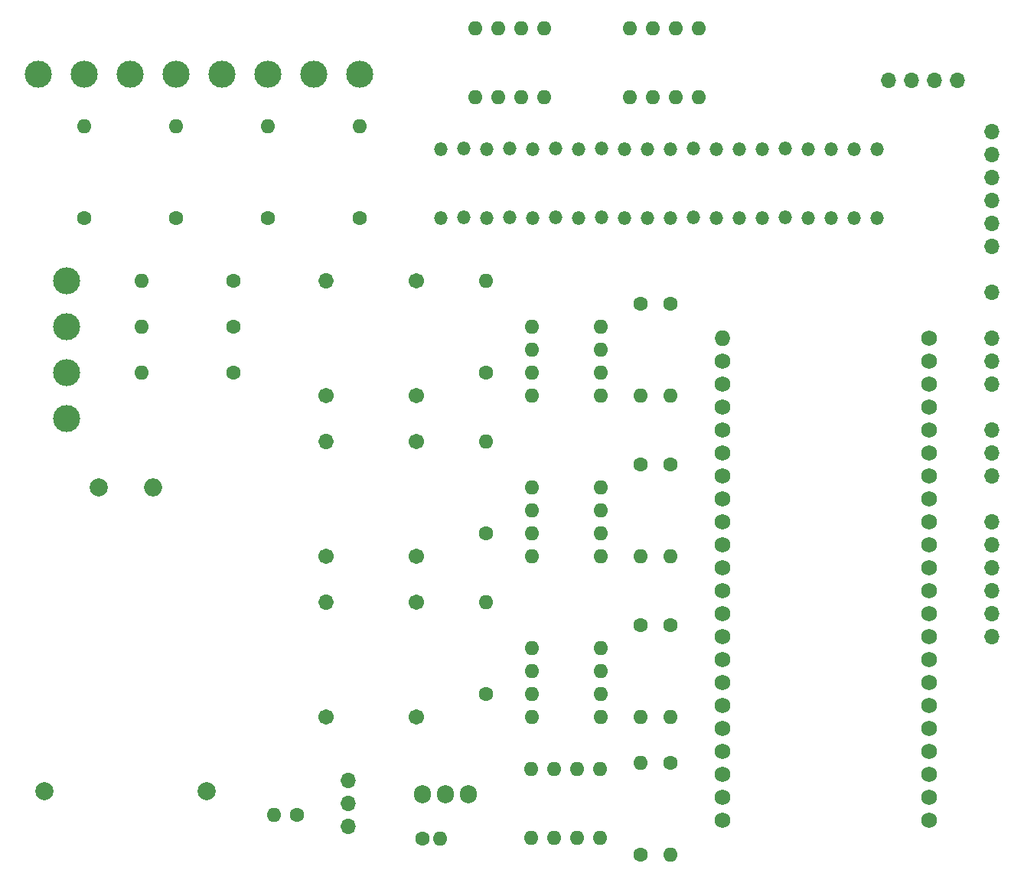
<source format=gbr>
%TF.GenerationSoftware,KiCad,Pcbnew,7.0.10*%
%TF.CreationDate,2024-05-09T15:11:22-03:00*%
%TF.ProjectId,board,626f6172-642e-46b6-9963-61645f706362,1.6*%
%TF.SameCoordinates,Original*%
%TF.FileFunction,Soldermask,Bot*%
%TF.FilePolarity,Negative*%
%FSLAX46Y46*%
G04 Gerber Fmt 4.6, Leading zero omitted, Abs format (unit mm)*
G04 Created by KiCad (PCBNEW 7.0.10) date 2024-05-09 15:11:22*
%MOMM*%
%LPD*%
G01*
G04 APERTURE LIST*
%ADD10O,1.500000X1.500000*%
%ADD11C,1.600000*%
%ADD12O,1.600000X1.600000*%
%ADD13O,1.700000X1.700000*%
%ADD14O,2.000000X2.000000*%
%ADD15C,2.000000*%
%ADD16O,1.734000X1.734000*%
%ADD17C,1.734000*%
%ADD18O,3.000000X3.000000*%
%ADD19C,3.000000*%
%ADD20O,1.712000X1.712000*%
%ADD21C,1.712000*%
%ADD22O,1.905000X2.000000*%
G04 APERTURE END LIST*
D10*
%TO.C,DZ17*%
X149352000Y-52695000D03*
X149352000Y-60315000D03*
%TD*%
%TO.C,DZ14*%
X156972000Y-60320000D03*
X156972000Y-52700000D03*
%TD*%
D11*
%TO.C,R9*%
X163830000Y-69850000D03*
D12*
X163830000Y-80010000D03*
%TD*%
D10*
%TO.C,DZ2*%
X187452000Y-60320000D03*
X187452000Y-52700000D03*
%TD*%
D13*
%TO.C,SW2*%
X202692000Y-83820000D03*
X202692000Y-86360000D03*
X202692000Y-88900000D03*
%TD*%
D11*
%TO.C,R7*%
X146685000Y-95250000D03*
D12*
X146685000Y-85090000D03*
%TD*%
%TO.C,U4*%
X151775000Y-107960000D03*
X151775000Y-110500000D03*
X151775000Y-113040000D03*
X151775000Y-115580000D03*
X159395000Y-115580000D03*
X159395000Y-113040000D03*
X159395000Y-110500000D03*
X159395000Y-107960000D03*
%TD*%
D14*
%TO.C,PS1*%
X109855000Y-90170000D03*
D15*
X103855000Y-90170000D03*
X115855000Y-123770000D03*
X97855000Y-123770000D03*
%TD*%
D11*
%TO.C,R15*%
X122555000Y-60325000D03*
D12*
X122555000Y-50165000D03*
%TD*%
D11*
%TO.C,R16*%
X112395000Y-60325000D03*
D12*
X112395000Y-50165000D03*
%TD*%
D16*
%TO.C,MCU1*%
X172847000Y-73660000D03*
D17*
X172847000Y-76200000D03*
X172847000Y-78740000D03*
X172847000Y-81280000D03*
X172847000Y-83820000D03*
X172847000Y-86360000D03*
X172847000Y-88900000D03*
X172847000Y-91440000D03*
X172847000Y-93980000D03*
X172847000Y-96520000D03*
X172847000Y-99060000D03*
X172847000Y-101600000D03*
X172847000Y-104140000D03*
X172847000Y-106680000D03*
X172847000Y-109220000D03*
X172847000Y-111760000D03*
X172847000Y-114300000D03*
X172847000Y-116840000D03*
X172847000Y-119380000D03*
X172847000Y-121920000D03*
X172847000Y-124460000D03*
X172847000Y-127000000D03*
X195707000Y-73660000D03*
X195707000Y-76200000D03*
X195707000Y-78740000D03*
X195707000Y-81280000D03*
X195707000Y-83820000D03*
X195707000Y-86360000D03*
X195707000Y-88900000D03*
X195707000Y-91440000D03*
X195707000Y-93980000D03*
X195707000Y-96520000D03*
X195707000Y-99060000D03*
X195707000Y-101600000D03*
X195707000Y-104140000D03*
X195707000Y-106680000D03*
X195707000Y-109220000D03*
X195707000Y-111760000D03*
X195707000Y-114300000D03*
X195707000Y-116840000D03*
X195707000Y-119380000D03*
X195707000Y-121920000D03*
X195707000Y-124460000D03*
X195707000Y-127000000D03*
%TD*%
D12*
%TO.C,U3*%
X151775000Y-90180000D03*
X151775000Y-92720000D03*
X151775000Y-95260000D03*
X151775000Y-97800000D03*
X159395000Y-97800000D03*
X159395000Y-95260000D03*
X159395000Y-92720000D03*
X159395000Y-90180000D03*
%TD*%
D10*
%TO.C,DZ13*%
X159512000Y-52695000D03*
X159512000Y-60315000D03*
%TD*%
D11*
%TO.C,R18*%
X102235000Y-60325000D03*
D12*
X102235000Y-50165000D03*
%TD*%
D10*
%TO.C,DZ6*%
X177292000Y-60325000D03*
X177292000Y-52705000D03*
%TD*%
%TO.C,DZ18*%
X146812000Y-60325000D03*
X146812000Y-52705000D03*
%TD*%
%TO.C,DZ5*%
X179832000Y-52695000D03*
X179832000Y-60315000D03*
%TD*%
D18*
%TO.C,J6*%
X102235000Y-44450000D03*
D19*
X97155000Y-44450000D03*
%TD*%
D13*
%TO.C,P1*%
X202692000Y-78740000D03*
X202692000Y-76200000D03*
X202692000Y-73660000D03*
%TD*%
D11*
%TO.C,R1*%
X163830000Y-130810000D03*
D12*
X163830000Y-120650000D03*
%TD*%
D20*
%TO.C,T1*%
X128985000Y-67310000D03*
D21*
X128985000Y-80010000D03*
X138985000Y-80010000D03*
X138985000Y-67310000D03*
%TD*%
D11*
%TO.C,R11*%
X163830000Y-87630000D03*
D12*
X163830000Y-97790000D03*
%TD*%
%TO.C,U1*%
X159375000Y-121295000D03*
X156835000Y-121295000D03*
X154295000Y-121295000D03*
X151755000Y-121295000D03*
X151755000Y-128915000D03*
X154295000Y-128915000D03*
X156835000Y-128915000D03*
X159375000Y-128915000D03*
%TD*%
D10*
%TO.C,DZ11*%
X164592000Y-52700000D03*
X164592000Y-60320000D03*
%TD*%
D13*
%TO.C,SW1*%
X131445000Y-122555000D03*
X131445000Y-125095000D03*
X131445000Y-127635000D03*
%TD*%
D11*
%TO.C,R13*%
X163830000Y-105410000D03*
D12*
X163830000Y-115570000D03*
%TD*%
D20*
%TO.C,T3*%
X128985000Y-102870000D03*
D21*
X128985000Y-115570000D03*
X138985000Y-115570000D03*
X138985000Y-102870000D03*
%TD*%
D11*
%TO.C,R6*%
X146685000Y-77470000D03*
D12*
X146685000Y-67310000D03*
%TD*%
D10*
%TO.C,DZ3*%
X184912000Y-52700000D03*
X184912000Y-60320000D03*
%TD*%
D11*
%TO.C,R10*%
X167132000Y-69850000D03*
D12*
X167132000Y-80010000D03*
%TD*%
D10*
%TO.C,DZ16*%
X151892000Y-60320000D03*
X151892000Y-52700000D03*
%TD*%
%TO.C,DZ15*%
X154432000Y-52695000D03*
X154432000Y-60315000D03*
%TD*%
D11*
%TO.C,R3*%
X118745000Y-67310000D03*
D12*
X108585000Y-67310000D03*
%TD*%
D11*
%TO.C,R12*%
X167132000Y-87630000D03*
D12*
X167132000Y-97790000D03*
%TD*%
D10*
%TO.C,DZ12*%
X162052000Y-60325000D03*
X162052000Y-52705000D03*
%TD*%
D12*
%TO.C,C2*%
X141681200Y-129057400D03*
D11*
X139681200Y-129057400D03*
%TD*%
D18*
%TO.C,J3*%
X132715000Y-44450000D03*
D19*
X127635000Y-44450000D03*
%TD*%
D11*
%TO.C,R14*%
X167132000Y-105410000D03*
D12*
X167132000Y-115570000D03*
%TD*%
D18*
%TO.C,J1*%
X100330000Y-67310000D03*
D19*
X100330000Y-72390000D03*
%TD*%
D13*
%TO.C,P4*%
X202692000Y-63500000D03*
X202692000Y-60960000D03*
X202692000Y-58420000D03*
X202692000Y-55880000D03*
X202692000Y-53340000D03*
X202692000Y-50800000D03*
%TD*%
D10*
%TO.C,DZ9*%
X169672000Y-52695000D03*
X169672000Y-60315000D03*
%TD*%
%TO.C,DZ7*%
X174752000Y-52700000D03*
X174752000Y-60320000D03*
%TD*%
D20*
%TO.C,T2*%
X128985000Y-85090000D03*
D21*
X128985000Y-97790000D03*
X138985000Y-97790000D03*
X138985000Y-85090000D03*
%TD*%
D18*
%TO.C,J5*%
X112395000Y-44450000D03*
D19*
X107315000Y-44450000D03*
%TD*%
D10*
%TO.C,DZ20*%
X141732000Y-60320000D03*
X141732000Y-52700000D03*
%TD*%
D13*
%TO.C,P5*%
X202692000Y-93980000D03*
X202692000Y-96520000D03*
X202692000Y-99060000D03*
X202692000Y-101600000D03*
X202692000Y-104140000D03*
X202692000Y-106680000D03*
%TD*%
D10*
%TO.C,DZ4*%
X182372000Y-60325000D03*
X182372000Y-52705000D03*
%TD*%
D11*
%TO.C,R17*%
X132715000Y-60325000D03*
D12*
X132715000Y-50165000D03*
%TD*%
D13*
%TO.C,P3*%
X191272000Y-45085000D03*
X193812000Y-45085000D03*
X196352000Y-45085000D03*
X198892000Y-45085000D03*
%TD*%
D10*
%TO.C,DZ1*%
X189992000Y-52700000D03*
X189992000Y-60320000D03*
%TD*%
D12*
%TO.C,U6*%
X170297000Y-39380000D03*
X167757000Y-39380000D03*
X165217000Y-39380000D03*
X162677000Y-39380000D03*
X162677000Y-47000000D03*
X165217000Y-47000000D03*
X167757000Y-47000000D03*
X170297000Y-47000000D03*
%TD*%
%TO.C,C1*%
X123277621Y-126365000D03*
D11*
X125777621Y-126365000D03*
%TD*%
%TO.C,R8*%
X146685000Y-113030000D03*
D12*
X146685000Y-102870000D03*
%TD*%
D18*
%TO.C,J2*%
X100330000Y-77470000D03*
D19*
X100330000Y-82550000D03*
%TD*%
D13*
%TO.C,P2*%
X202692000Y-68580000D03*
%TD*%
D22*
%TO.C,PS2*%
X139700000Y-124135000D03*
X142240000Y-124135000D03*
X144780000Y-124135000D03*
%TD*%
D10*
%TO.C,DZ8*%
X172212000Y-60325000D03*
X172212000Y-52705000D03*
%TD*%
%TO.C,DZ10*%
X167132000Y-60325000D03*
X167132000Y-52705000D03*
%TD*%
D11*
%TO.C,R4*%
X118745000Y-72390000D03*
D12*
X108585000Y-72390000D03*
%TD*%
D11*
%TO.C,R5*%
X118745000Y-77470000D03*
D12*
X108585000Y-77470000D03*
%TD*%
%TO.C,U2*%
X151765000Y-72390000D03*
X151765000Y-74930000D03*
X151765000Y-77470000D03*
X151765000Y-80010000D03*
X159385000Y-80010000D03*
X159385000Y-77470000D03*
X159385000Y-74930000D03*
X159385000Y-72390000D03*
%TD*%
D11*
%TO.C,R2*%
X167132000Y-120650000D03*
D12*
X167132000Y-130810000D03*
%TD*%
D18*
%TO.C,J4*%
X122555000Y-44450000D03*
D19*
X117475000Y-44450000D03*
%TD*%
D12*
%TO.C,U5*%
X153152000Y-39380000D03*
X150612000Y-39380000D03*
X148072000Y-39380000D03*
X145532000Y-39380000D03*
X145532000Y-47000000D03*
X148072000Y-47000000D03*
X150612000Y-47000000D03*
X153152000Y-47000000D03*
%TD*%
D10*
%TO.C,DZ19*%
X144272000Y-52695000D03*
X144272000Y-60315000D03*
%TD*%
M02*

</source>
